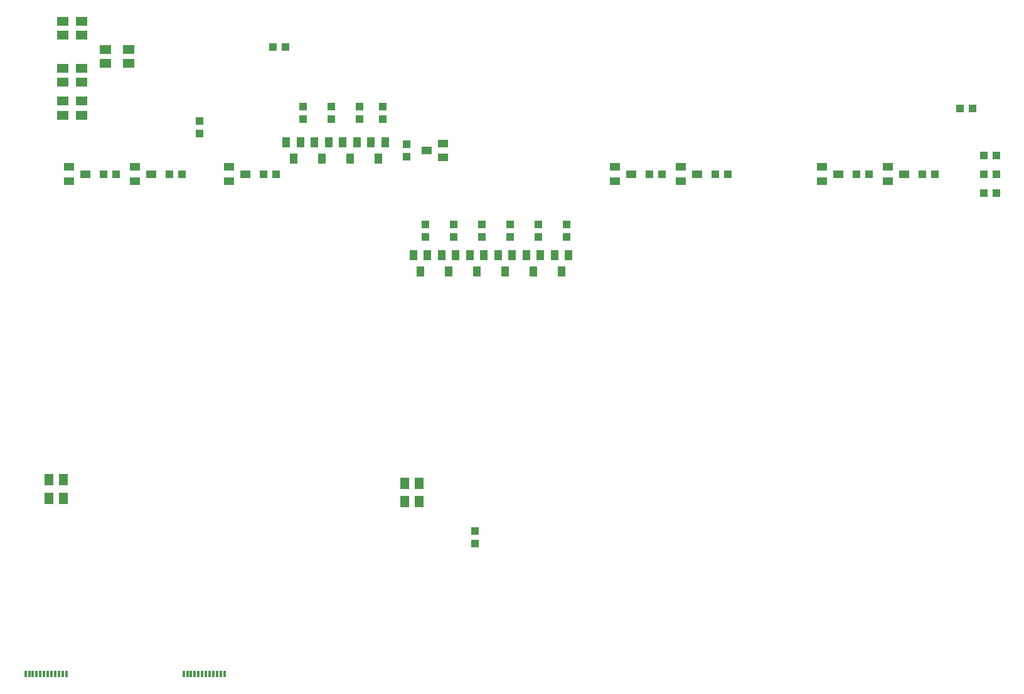
<source format=gbr>
G04 EAGLE Gerber X2 export*
%TF.Part,Single*%
%TF.FileFunction,Paste,Top*%
%TF.FilePolarity,Positive*%
%TF.GenerationSoftware,Autodesk,EAGLE,9.0.1*%
%TF.CreationDate,2018-07-01T13:53:45Z*%
G75*
%MOMM*%
%FSLAX34Y34*%
%LPD*%
%AMOC8*
5,1,8,0,0,1.08239X$1,22.5*%
G01*
%ADD10R,1.100000X1.000000*%
%ADD11R,1.000000X1.100000*%
%ADD12R,1.000000X1.400000*%
%ADD13R,1.400000X1.000000*%
%ADD14R,1.300000X1.500000*%
%ADD15R,1.500000X1.300000*%
%ADD16R,0.300000X0.900000*%


D10*
X609600Y829700D03*
X609600Y846700D03*
X857250Y670950D03*
X857250Y687950D03*
X819150Y670950D03*
X819150Y687950D03*
X781050Y670950D03*
X781050Y687950D03*
X742950Y670950D03*
X742950Y687950D03*
X704850Y670950D03*
X704850Y687950D03*
X666750Y670950D03*
X666750Y687950D03*
X501650Y829700D03*
X501650Y846700D03*
X539750Y829700D03*
X539750Y846700D03*
X577850Y829700D03*
X577850Y846700D03*
D11*
X1248800Y755650D03*
X1265800Y755650D03*
X969400Y755650D03*
X986400Y755650D03*
X448700Y755650D03*
X465700Y755650D03*
X232800Y755650D03*
X249800Y755650D03*
X1405500Y844550D03*
X1388500Y844550D03*
D12*
X603250Y776400D03*
X593750Y798400D03*
X612750Y798400D03*
X850900Y624000D03*
X841400Y646000D03*
X860400Y646000D03*
X812800Y624000D03*
X803300Y646000D03*
X822300Y646000D03*
X774700Y624000D03*
X765200Y646000D03*
X784200Y646000D03*
X736600Y624000D03*
X727100Y646000D03*
X746100Y646000D03*
X698500Y624000D03*
X689000Y646000D03*
X708000Y646000D03*
X660400Y624000D03*
X650900Y646000D03*
X669900Y646000D03*
X488950Y776400D03*
X479450Y798400D03*
X498450Y798400D03*
X527050Y776400D03*
X517550Y798400D03*
X536550Y798400D03*
X565150Y776400D03*
X555650Y798400D03*
X574650Y798400D03*
D13*
X1223850Y755650D03*
X1201850Y746150D03*
X1201850Y765150D03*
X944450Y755650D03*
X922450Y746150D03*
X922450Y765150D03*
X423750Y755650D03*
X401750Y746150D03*
X401750Y765150D03*
X207850Y755650D03*
X185850Y746150D03*
X185850Y765150D03*
D14*
X639470Y313690D03*
X658470Y313690D03*
X639470Y337820D03*
X658470Y337820D03*
D15*
X234950Y923900D03*
X234950Y904900D03*
X266700Y923900D03*
X266700Y904900D03*
X177800Y879500D03*
X177800Y898500D03*
X203200Y879500D03*
X203200Y898500D03*
X177800Y854050D03*
X177800Y835050D03*
X203200Y854050D03*
X203200Y835050D03*
D16*
X340800Y80310D03*
X345800Y80310D03*
X350800Y80310D03*
X355800Y80310D03*
X360800Y80310D03*
X365800Y80310D03*
X370800Y80310D03*
X375800Y80310D03*
X380800Y80310D03*
X385800Y80310D03*
X390800Y80310D03*
X395800Y80310D03*
X127440Y80310D03*
X132440Y80310D03*
X137440Y80310D03*
X142440Y80310D03*
X147440Y80310D03*
X152440Y80310D03*
X157440Y80310D03*
X162440Y80310D03*
X167440Y80310D03*
X172440Y80310D03*
X177440Y80310D03*
X182440Y80310D03*
D15*
X177800Y943000D03*
X177800Y962000D03*
X203200Y943000D03*
X203200Y962000D03*
D11*
X1437250Y730250D03*
X1420250Y730250D03*
X1437250Y755650D03*
X1420250Y755650D03*
X1437250Y781050D03*
X1420250Y781050D03*
D10*
X734060Y273930D03*
X734060Y256930D03*
X361950Y827650D03*
X361950Y810650D03*
D11*
X461400Y927100D03*
X478400Y927100D03*
X1337700Y755650D03*
X1354700Y755650D03*
X1058300Y755650D03*
X1075300Y755650D03*
D10*
X641350Y795900D03*
X641350Y778900D03*
D11*
X321700Y755650D03*
X338700Y755650D03*
D13*
X1312750Y755650D03*
X1290750Y746150D03*
X1290750Y765150D03*
X1033350Y755650D03*
X1011350Y746150D03*
X1011350Y765150D03*
X668450Y787400D03*
X690450Y796900D03*
X690450Y777900D03*
X296750Y755650D03*
X274750Y746150D03*
X274750Y765150D03*
D14*
X178410Y342900D03*
X159410Y342900D03*
X178410Y317500D03*
X159410Y317500D03*
M02*

</source>
